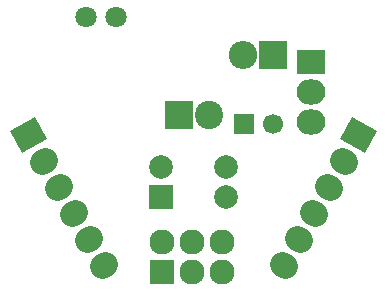
<source format=gbs>
G04 #@! TF.FileFunction,Soldermask,Bot*
%FSLAX46Y46*%
G04 Gerber Fmt 4.6, Leading zero omitted, Abs format (unit mm)*
G04 Created by KiCad (PCBNEW 4.0.2-stable) date Wednesday, September 07, 2016 'amt' 02:23:24 am*
%MOMM*%
G01*
G04 APERTURE LIST*
%ADD10C,0.100000*%
%ADD11R,1.700000X1.700000*%
%ADD12C,1.700000*%
%ADD13R,2.400000X2.400000*%
%ADD14C,2.400000*%
%ADD15O,2.398980X2.398980*%
%ADD16R,2.398980X2.398980*%
%ADD17R,2.127200X2.127200*%
%ADD18O,2.127200X2.127200*%
%ADD19C,1.797000*%
%ADD20R,2.000000X2.000000*%
%ADD21C,2.000000*%
%ADD22C,2.127200*%
%ADD23R,2.432000X2.127200*%
%ADD24O,2.432000X2.127200*%
G04 APERTURE END LIST*
D10*
D11*
X161711000Y-118872000D03*
D12*
X164211000Y-118872000D03*
D13*
X156210000Y-118110000D03*
D14*
X158750000Y-118110000D03*
D15*
X161671000Y-113030000D03*
D16*
X164211000Y-113030000D03*
D17*
X154813000Y-131445000D03*
D18*
X154813000Y-128905000D03*
X157353000Y-131445000D03*
X157353000Y-128905000D03*
X159893000Y-131445000D03*
X159893000Y-128905000D03*
D19*
X150876000Y-109855000D03*
X148336000Y-109855000D03*
D20*
X154730000Y-125095000D03*
D21*
X154730000Y-122555000D03*
X160230000Y-122555000D03*
X160230000Y-125095000D03*
D10*
G36*
X142988713Y-121340582D02*
X141925113Y-119498372D01*
X144031287Y-118282372D01*
X145094887Y-120124582D01*
X142988713Y-121340582D01*
X142988713Y-121340582D01*
G37*
D22*
X144648018Y-122087382D02*
X144911982Y-121934982D01*
X145918018Y-124287086D02*
X146181982Y-124134686D01*
X147188018Y-126486791D02*
X147451982Y-126334391D01*
X148458018Y-128686495D02*
X148721982Y-128534095D01*
X149728018Y-130886200D02*
X149991982Y-130733800D01*
D10*
G36*
X169865113Y-120124582D02*
X170928713Y-118282372D01*
X173034887Y-119498372D01*
X171971287Y-121340582D01*
X169865113Y-120124582D01*
X169865113Y-120124582D01*
G37*
D22*
X170048018Y-121934982D02*
X170311982Y-122087382D01*
X168778018Y-124134686D02*
X169041982Y-124287086D01*
X167508018Y-126334391D02*
X167771982Y-126486791D01*
X166238018Y-128534095D02*
X166501982Y-128686495D01*
X164968018Y-130733800D02*
X165231982Y-130886200D01*
D23*
X167386000Y-113665000D03*
D24*
X167386000Y-116205000D03*
X167386000Y-118745000D03*
M02*

</source>
